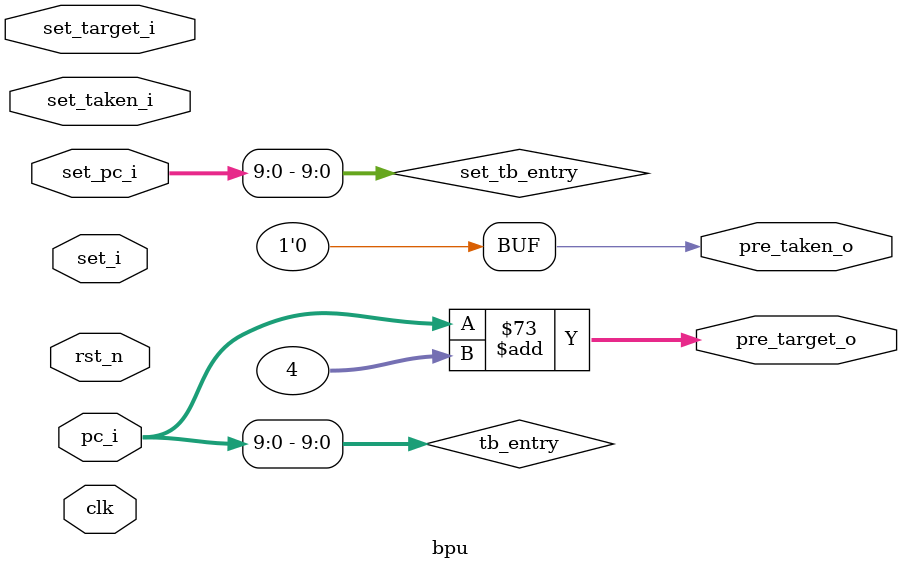
<source format=v>
`include "include.v"

module bpu #(
   parameter PCW = 32, // The width of valid PC
   parameter BTBW = 10 // The width of btb address
)
(/*AUTOARG*/
   // Outputs
   pre_taken_o, pre_target_o,
   // Inputs
   clk, rst_n, pc_i, set_i, set_pc_i, set_taken_i, set_target_i
   );
 
   // Ports
   input             clk;
   input             rst_n;
   input [PCW-1:0]   pc_i; // PC of current branch instruction
   input             set_i;
   input [PCW-1:0]   set_pc_i;
   input             set_taken_i;
   input [PCW-1:0]   set_target_i;
   output            pre_taken_o;
   output  [PCW-1:0] pre_target_o;
   
   // Local Parameters
   localparam SCS_STRONGLY_TAKEN = 2'b11;
   localparam SCS_WEAKLY_TAKEN = 2'b10;
   localparam SCS_WEAKLY_NOT_TAKEN = 2'b01;
   localparam SCS_STRONGLY_NOT_TAKEN = 2'b00;
   
//   wire bypass;
   wire [BTBW-1:0] tb_entry;
   wire [BTBW-1:0] set_tb_entry;
//   wire pre_taken_o;
//   wire [PCW-1:0] pre_target_o;
   
   // PC Address hash mapping
   assign tb_entry = pc_i[BTBW-1:0];
   assign set_tb_entry = set_pc_i[BTBW-1:0];
   assign bypass = set_i && set_pc_i == pc_i;
   
   // Saturating counters
   reg [1:0]   counter[(1<<BTBW)-1:0];
//   generate begin :2bit_counter
   integer               entry;
      always @(posedge clk or negedge rst_n)
         if(!rst_n)
            for(entry=0; entry < (1<<BTBW); entry=entry+1) // reset BTB entries
               counter[entry] <= 2'b00;
         else if(set_i && set_taken_i && counter[set_tb_entry] != SCS_STRONGLY_TAKEN) begin
            counter[set_tb_entry] <= counter[set_tb_entry] + 2'b01;
         end
         else if(set_i && !set_taken_i && counter[set_tb_entry] != SCS_STRONGLY_NOT_TAKEN) begin
            counter[set_tb_entry] <= counter[set_tb_entry] - 2'b01;
         end
//   endgenerate
   
   // BTB vectors
   reg [PCW-1:0] btb[(1<<BTBW)-1:0];
//   integer               entry;
//   generate begin :btb_rst
      always @(posedge clk or negedge rst_n)
         if(!rst_n)
            for(entry=0; entry < (1<<BTBW); entry=entry+1) begin // reset BTB entries
               btb[entry] <= {PCW{1'b0}};
            end
//   endgenerate
   
   
   always @(posedge clk)
      if( set_i & set_taken_i)
         btb[set_tb_entry] <= set_target_i;
   
//   always @(posedge clk)
//      pre_taken_o <= bypass ? set_taken_i : counter[tb_entry][1];
//   always @(posedge clk)
//      pre_target_o <= bypass ? set_pc_i : btb[tb_entry];
`ifdef BRANCH_PREDICT
   assign pre_taken_o  =  counter[tb_entry][1];
   assign pre_target_o =  btb[tb_entry];
 `else
   assign pre_taken_o  =  1'b0;
   assign pre_target_o =  pc_i + {{(PCW-3){1'b0}},3'b100};;
 `endif
   
endmodule

</source>
